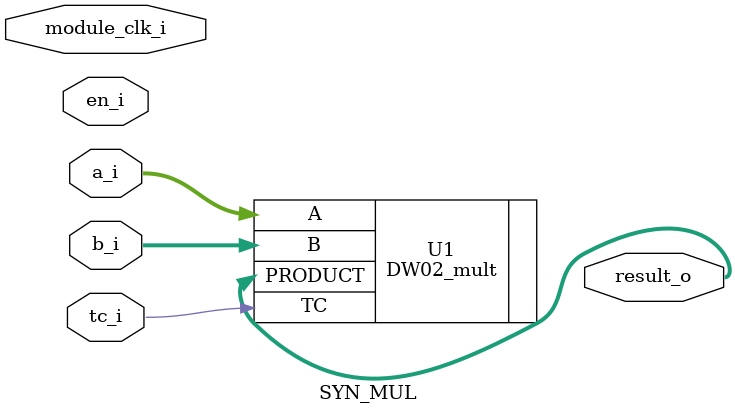
<source format=sv>
/*
###########################################
# Title:  MUL.sv
# Author: Michal Gorywoda
# Date:   26.04.2023
###########################################
*/
module SYN_MUL #
(
    parameter   DATA_WIDTH = 32
)(

    input                                       module_clk_i,
    input                                       en_i,
    input    [DATA_WIDTH-1:0]                   a_i,
    input    [DATA_WIDTH-1:0]                   b_i,
    input    tc_i,

    output  logic unsigned  [2*DATA_WIDTH-1:0]  result_o
);

logic clk_gated;

CKLNQD24 MUL_GATE(
    .TE(en_i),
    .E(en_i),
    .CP(module_clk_i),
    .Q(clk_gated)
);

DW02_mult #(DATA_WIDTH, DATA_WIDTH)
    U1 ( 
        .A(a_i), 
        .B(b_i), 
        .TC(tc_i), 
        .PRODUCT(result_o) 
    );

endmodule
</source>
